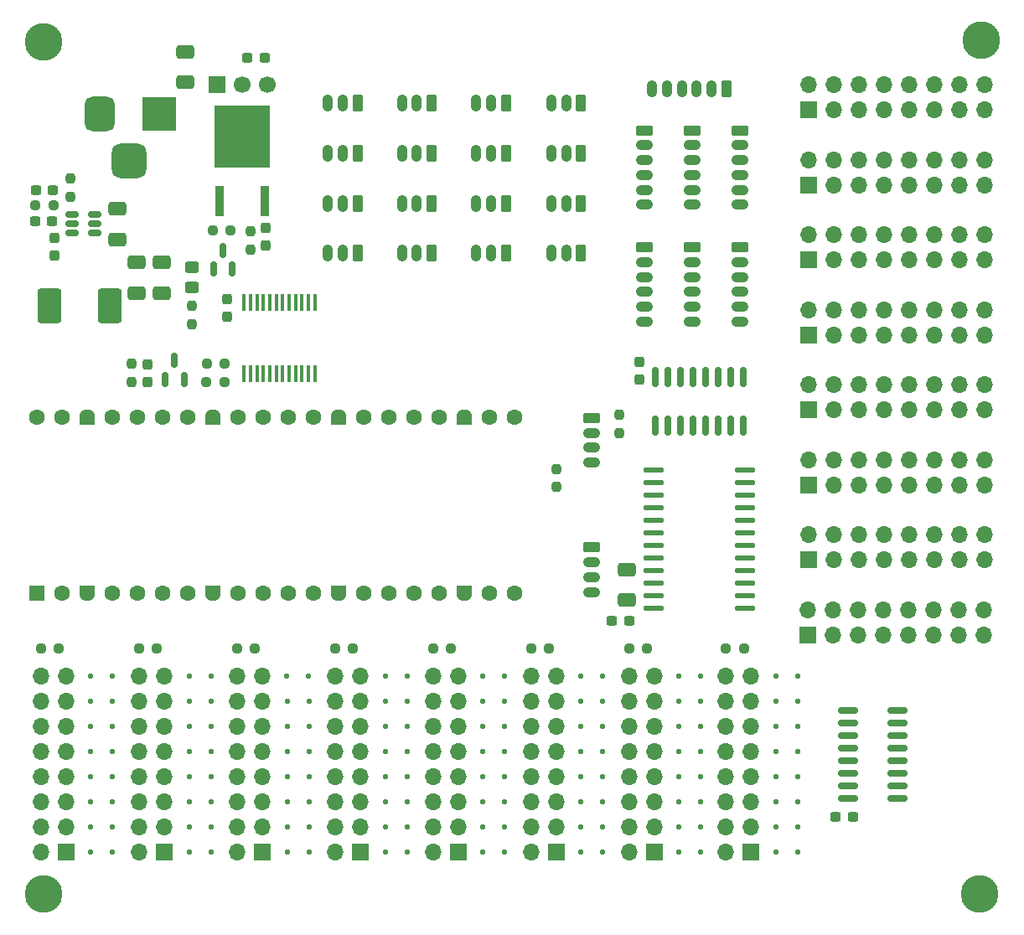
<source format=gbr>
%TF.GenerationSoftware,KiCad,Pcbnew,9.0.3*%
%TF.CreationDate,2025-07-20T16:41:56-03:00*%
%TF.ProjectId,pi_controller,70695f63-6f6e-4747-926f-6c6c65722e6b,1.0*%
%TF.SameCoordinates,Original*%
%TF.FileFunction,Soldermask,Top*%
%TF.FilePolarity,Negative*%
%FSLAX46Y46*%
G04 Gerber Fmt 4.6, Leading zero omitted, Abs format (unit mm)*
G04 Created by KiCad (PCBNEW 9.0.3) date 2025-07-20 16:41:56*
%MOMM*%
%LPD*%
G01*
G04 APERTURE LIST*
G04 Aperture macros list*
%AMRoundRect*
0 Rectangle with rounded corners*
0 $1 Rounding radius*
0 $2 $3 $4 $5 $6 $7 $8 $9 X,Y pos of 4 corners*
0 Add a 4 corners polygon primitive as box body*
4,1,4,$2,$3,$4,$5,$6,$7,$8,$9,$2,$3,0*
0 Add four circle primitives for the rounded corners*
1,1,$1+$1,$2,$3*
1,1,$1+$1,$4,$5*
1,1,$1+$1,$6,$7*
1,1,$1+$1,$8,$9*
0 Add four rect primitives between the rounded corners*
20,1,$1+$1,$2,$3,$4,$5,0*
20,1,$1+$1,$4,$5,$6,$7,0*
20,1,$1+$1,$6,$7,$8,$9,0*
20,1,$1+$1,$8,$9,$2,$3,0*%
%AMFreePoly0*
4,1,37,0.603843,0.796157,0.639018,0.796157,0.711114,0.766294,0.766294,0.711114,0.796157,0.639018,0.796157,0.603843,0.800000,0.600000,0.800000,-0.600000,0.796157,-0.603843,0.796157,-0.639018,0.766294,-0.711114,0.711114,-0.766294,0.639018,-0.796157,0.603843,-0.796157,0.600000,-0.800000,0.000000,-0.800000,0.000000,-0.796148,-0.078414,-0.796148,-0.232228,-0.765552,-0.377117,-0.705537,
-0.507515,-0.618408,-0.618408,-0.507515,-0.705537,-0.377117,-0.765552,-0.232228,-0.796148,-0.078414,-0.796148,0.078414,-0.765552,0.232228,-0.705537,0.377117,-0.618408,0.507515,-0.507515,0.618408,-0.377117,0.705537,-0.232228,0.765552,-0.078414,0.796148,0.000000,0.796148,0.000000,0.800000,0.600000,0.800000,0.603843,0.796157,0.603843,0.796157,$1*%
%AMFreePoly1*
4,1,37,0.000000,0.796148,0.078414,0.796148,0.232228,0.765552,0.377117,0.705537,0.507515,0.618408,0.618408,0.507515,0.705537,0.377117,0.765552,0.232228,0.796148,0.078414,0.796148,-0.078414,0.765552,-0.232228,0.705537,-0.377117,0.618408,-0.507515,0.507515,-0.618408,0.377117,-0.705537,0.232228,-0.765552,0.078414,-0.796148,0.000000,-0.796148,0.000000,-0.800000,-0.600000,-0.800000,
-0.603843,-0.796157,-0.639018,-0.796157,-0.711114,-0.766294,-0.766294,-0.711114,-0.796157,-0.639018,-0.796157,-0.603843,-0.800000,-0.600000,-0.800000,0.600000,-0.796157,0.603843,-0.796157,0.639018,-0.766294,0.711114,-0.711114,0.766294,-0.639018,0.796157,-0.603843,0.796157,-0.600000,0.800000,0.000000,0.800000,0.000000,0.796148,0.000000,0.796148,$1*%
G04 Aperture macros list end*
%ADD10RoundRect,0.200000X0.600000X-0.600000X0.600000X0.600000X-0.600000X0.600000X-0.600000X-0.600000X0*%
%ADD11C,1.600000*%
%ADD12FreePoly0,90.000000*%
%ADD13FreePoly1,90.000000*%
%ADD14R,3.500000X3.500000*%
%ADD15RoundRect,0.750000X-0.750000X-1.000000X0.750000X-1.000000X0.750000X1.000000X-0.750000X1.000000X0*%
%ADD16RoundRect,0.875000X-0.875000X-0.875000X0.875000X-0.875000X0.875000X0.875000X-0.875000X0.875000X0*%
%ADD17R,1.700000X1.700000*%
%ADD18C,1.700000*%
%ADD19RoundRect,0.150000X0.150000X-0.825000X0.150000X0.825000X-0.150000X0.825000X-0.150000X-0.825000X0*%
%ADD20RoundRect,0.250000X-0.925000X-1.500000X0.925000X-1.500000X0.925000X1.500000X-0.925000X1.500000X0*%
%ADD21RoundRect,0.150000X0.512500X0.150000X-0.512500X0.150000X-0.512500X-0.150000X0.512500X-0.150000X0*%
%ADD22O,1.700000X1.700000*%
%ADD23RoundRect,0.250000X0.265000X0.615000X-0.265000X0.615000X-0.265000X-0.615000X0.265000X-0.615000X0*%
%ADD24O,1.030000X1.730000*%
%ADD25RoundRect,0.250000X-0.615000X0.265000X-0.615000X-0.265000X0.615000X-0.265000X0.615000X0.265000X0*%
%ADD26O,1.730000X1.030000*%
%ADD27RoundRect,0.237500X0.250000X0.237500X-0.250000X0.237500X-0.250000X-0.237500X0.250000X-0.237500X0*%
%ADD28RoundRect,0.250000X-0.650000X0.412500X-0.650000X-0.412500X0.650000X-0.412500X0.650000X0.412500X0*%
%ADD29RoundRect,0.125000X0.125000X0.125000X-0.125000X0.125000X-0.125000X-0.125000X0.125000X-0.125000X0*%
%ADD30RoundRect,0.237500X-0.237500X0.250000X-0.237500X-0.250000X0.237500X-0.250000X0.237500X0.250000X0*%
%ADD31C,2.600000*%
%ADD32C,3.800000*%
%ADD33RoundRect,0.250000X0.650000X-0.412500X0.650000X0.412500X-0.650000X0.412500X-0.650000X-0.412500X0*%
%ADD34RoundRect,0.237500X-0.237500X0.300000X-0.237500X-0.300000X0.237500X-0.300000X0.237500X0.300000X0*%
%ADD35RoundRect,0.237500X0.237500X-0.300000X0.237500X0.300000X-0.237500X0.300000X-0.237500X-0.300000X0*%
%ADD36RoundRect,0.237500X-0.300000X-0.237500X0.300000X-0.237500X0.300000X0.237500X-0.300000X0.237500X0*%
%ADD37R,0.970000X3.020000*%
%ADD38R,5.670000X6.320000*%
%ADD39RoundRect,0.237500X0.237500X-0.250000X0.237500X0.250000X-0.237500X0.250000X-0.237500X-0.250000X0*%
%ADD40RoundRect,0.250000X-0.450000X0.325000X-0.450000X-0.325000X0.450000X-0.325000X0.450000X0.325000X0*%
%ADD41R,0.450000X1.750000*%
%ADD42RoundRect,0.150000X0.150000X-0.587500X0.150000X0.587500X-0.150000X0.587500X-0.150000X-0.587500X0*%
%ADD43RoundRect,0.137500X-0.862500X-0.137500X0.862500X-0.137500X0.862500X0.137500X-0.862500X0.137500X0*%
%ADD44RoundRect,0.237500X-0.250000X-0.237500X0.250000X-0.237500X0.250000X0.237500X-0.250000X0.237500X0*%
%ADD45RoundRect,0.150000X0.825000X0.150000X-0.825000X0.150000X-0.825000X-0.150000X0.825000X-0.150000X0*%
%ADD46RoundRect,0.237500X0.300000X0.237500X-0.300000X0.237500X-0.300000X-0.237500X0.300000X-0.237500X0*%
G04 APERTURE END LIST*
D10*
%TO.C,U4*%
X91059000Y-114554000D03*
D11*
X93599000Y-114554000D03*
D12*
X96139000Y-114554000D03*
D11*
X98679000Y-114554000D03*
X101219000Y-114554000D03*
X103759000Y-114554000D03*
X106299000Y-114554000D03*
D12*
X108839000Y-114554000D03*
D11*
X111379000Y-114554000D03*
X113919000Y-114554000D03*
X116459000Y-114554000D03*
X118999000Y-114554000D03*
D12*
X121539000Y-114554000D03*
D11*
X124079000Y-114554000D03*
X126619000Y-114554000D03*
X129159000Y-114554000D03*
X131699000Y-114554000D03*
D12*
X134239000Y-114554000D03*
D11*
X136779000Y-114554000D03*
X139319000Y-114554000D03*
X139319000Y-96774000D03*
X136779000Y-96774000D03*
D13*
X134239000Y-96774000D03*
D11*
X131699000Y-96774000D03*
X129159000Y-96774000D03*
X126619000Y-96774000D03*
X124079000Y-96774000D03*
D13*
X121539000Y-96774000D03*
D11*
X118999000Y-96774000D03*
X116459000Y-96774000D03*
X113919000Y-96774000D03*
X111379000Y-96774000D03*
D13*
X108839000Y-96774000D03*
D11*
X106299000Y-96774000D03*
X103759000Y-96774000D03*
X101219000Y-96774000D03*
X98679000Y-96774000D03*
D13*
X96139000Y-96774000D03*
D11*
X93599000Y-96774000D03*
X91059000Y-96774000D03*
%TD*%
D14*
%TO.C,J2*%
X103409000Y-66098500D03*
D15*
X97409000Y-66098500D03*
D16*
X100409000Y-70798500D03*
%TD*%
D17*
%TO.C,J1*%
X109235000Y-63119000D03*
D18*
X111775000Y-63119000D03*
X114315000Y-63119000D03*
%TD*%
D19*
%TO.C,U5*%
X153543000Y-97598000D03*
X154813000Y-97598000D03*
X156083000Y-97598000D03*
X157353000Y-97598000D03*
X158623000Y-97598000D03*
X159893000Y-97598000D03*
X161163000Y-97598000D03*
X162433000Y-97598000D03*
X162433000Y-92648000D03*
X161163000Y-92648000D03*
X159893000Y-92648000D03*
X158623000Y-92648000D03*
X157353000Y-92648000D03*
X156083000Y-92648000D03*
X154813000Y-92648000D03*
X153543000Y-92648000D03*
%TD*%
D20*
%TO.C,L1*%
X92352000Y-85471000D03*
X98402000Y-85471000D03*
%TD*%
D21*
%TO.C,U1*%
X96890000Y-78122011D03*
X96890000Y-77172011D03*
X96890000Y-76222011D03*
X94615000Y-76222011D03*
X94615000Y-77172011D03*
X94615000Y-78122011D03*
%TD*%
D17*
%TO.C,JR2*%
X103886000Y-140716000D03*
D22*
X101346000Y-140716000D03*
X103886000Y-138176000D03*
X101346000Y-138176000D03*
X103886000Y-135636000D03*
X101346000Y-135636000D03*
X103886000Y-133096000D03*
X101346000Y-133096000D03*
X103886000Y-130556000D03*
X101346000Y-130556000D03*
X103886000Y-128016000D03*
X101346000Y-128016000D03*
X103886000Y-125476000D03*
X101346000Y-125476000D03*
X103886000Y-122936000D03*
X101346000Y-122936000D03*
%TD*%
D17*
%TO.C,JR1*%
X93980000Y-140716000D03*
D22*
X91440000Y-140716000D03*
X93980000Y-138176000D03*
X91440000Y-138176000D03*
X93980000Y-135636000D03*
X91440000Y-135636000D03*
X93980000Y-133096000D03*
X91440000Y-133096000D03*
X93980000Y-130556000D03*
X91440000Y-130556000D03*
X93980000Y-128016000D03*
X91440000Y-128016000D03*
X93980000Y-125476000D03*
X91440000Y-125476000D03*
X93980000Y-122936000D03*
X91440000Y-122936000D03*
%TD*%
D17*
%TO.C,JR8*%
X163228000Y-140716000D03*
D22*
X160688000Y-140716000D03*
X163228000Y-138176000D03*
X160688000Y-138176000D03*
X163228000Y-135636000D03*
X160688000Y-135636000D03*
X163228000Y-133096000D03*
X160688000Y-133096000D03*
X163228000Y-130556000D03*
X160688000Y-130556000D03*
X163228000Y-128016000D03*
X160688000Y-128016000D03*
X163228000Y-125476000D03*
X160688000Y-125476000D03*
X163228000Y-122936000D03*
X160688000Y-122936000D03*
%TD*%
D17*
%TO.C,JR7*%
X153416000Y-140716000D03*
D22*
X150876000Y-140716000D03*
X153416000Y-138176000D03*
X150876000Y-138176000D03*
X153416000Y-135636000D03*
X150876000Y-135636000D03*
X153416000Y-133096000D03*
X150876000Y-133096000D03*
X153416000Y-130556000D03*
X150876000Y-130556000D03*
X153416000Y-128016000D03*
X150876000Y-128016000D03*
X153416000Y-125476000D03*
X150876000Y-125476000D03*
X153416000Y-122936000D03*
X150876000Y-122936000D03*
%TD*%
D17*
%TO.C,JR6*%
X143510000Y-140716000D03*
D22*
X140970000Y-140716000D03*
X143510000Y-138176000D03*
X140970000Y-138176000D03*
X143510000Y-135636000D03*
X140970000Y-135636000D03*
X143510000Y-133096000D03*
X140970000Y-133096000D03*
X143510000Y-130556000D03*
X140970000Y-130556000D03*
X143510000Y-128016000D03*
X140970000Y-128016000D03*
X143510000Y-125476000D03*
X140970000Y-125476000D03*
X143510000Y-122936000D03*
X140970000Y-122936000D03*
%TD*%
D17*
%TO.C,JR5*%
X133604000Y-140716000D03*
D22*
X131064000Y-140716000D03*
X133604000Y-138176000D03*
X131064000Y-138176000D03*
X133604000Y-135636000D03*
X131064000Y-135636000D03*
X133604000Y-133096000D03*
X131064000Y-133096000D03*
X133604000Y-130556000D03*
X131064000Y-130556000D03*
X133604000Y-128016000D03*
X131064000Y-128016000D03*
X133604000Y-125476000D03*
X131064000Y-125476000D03*
X133604000Y-122936000D03*
X131064000Y-122936000D03*
%TD*%
D17*
%TO.C,JR4*%
X123698000Y-140700210D03*
D22*
X121158000Y-140700210D03*
X123698000Y-138160210D03*
X121158000Y-138160210D03*
X123698000Y-135620210D03*
X121158000Y-135620210D03*
X123698000Y-133080210D03*
X121158000Y-133080210D03*
X123698000Y-130540210D03*
X121158000Y-130540210D03*
X123698000Y-128000210D03*
X121158000Y-128000210D03*
X123698000Y-125460210D03*
X121158000Y-125460210D03*
X123698000Y-122920210D03*
X121158000Y-122920210D03*
%TD*%
D17*
%TO.C,JR3*%
X113792000Y-140716000D03*
D22*
X111252000Y-140716000D03*
X113792000Y-138176000D03*
X111252000Y-138176000D03*
X113792000Y-135636000D03*
X111252000Y-135636000D03*
X113792000Y-133096000D03*
X111252000Y-133096000D03*
X113792000Y-130556000D03*
X111252000Y-130556000D03*
X113792000Y-128016000D03*
X111252000Y-128016000D03*
X113792000Y-125476000D03*
X111252000Y-125476000D03*
X113792000Y-122936000D03*
X111252000Y-122936000D03*
%TD*%
D17*
%TO.C,J35*%
X169037000Y-95993856D03*
D22*
X169037000Y-93453856D03*
X171577000Y-95993856D03*
X171577000Y-93453856D03*
X174117000Y-95993856D03*
X174117000Y-93453856D03*
X176657000Y-95993856D03*
X176657000Y-93453856D03*
X179197000Y-95993856D03*
X179197000Y-93453856D03*
X181737000Y-95993856D03*
X181737000Y-93453856D03*
X184277000Y-95993856D03*
X184277000Y-93453856D03*
X186817000Y-95993856D03*
X186817000Y-93453856D03*
%TD*%
D17*
%TO.C,J34*%
X169037000Y-111161284D03*
D22*
X169037000Y-108621284D03*
X171577000Y-111161284D03*
X171577000Y-108621284D03*
X174117000Y-111161284D03*
X174117000Y-108621284D03*
X176657000Y-111161284D03*
X176657000Y-108621284D03*
X179197000Y-111161284D03*
X179197000Y-108621284D03*
X181737000Y-111161284D03*
X181737000Y-108621284D03*
X184277000Y-111161284D03*
X184277000Y-108621284D03*
X186817000Y-111161284D03*
X186817000Y-108621284D03*
%TD*%
D17*
%TO.C,J33*%
X168910000Y-118745000D03*
D22*
X168910000Y-116205000D03*
X171450000Y-118745000D03*
X171450000Y-116205000D03*
X173990000Y-118745000D03*
X173990000Y-116205000D03*
X176530000Y-118745000D03*
X176530000Y-116205000D03*
X179070000Y-118745000D03*
X179070000Y-116205000D03*
X181610000Y-118745000D03*
X181610000Y-116205000D03*
X184150000Y-118745000D03*
X184150000Y-116205000D03*
X186690000Y-118745000D03*
X186690000Y-116205000D03*
%TD*%
D17*
%TO.C,J32*%
X169037000Y-103577570D03*
D22*
X169037000Y-101037570D03*
X171577000Y-103577570D03*
X171577000Y-101037570D03*
X174117000Y-103577570D03*
X174117000Y-101037570D03*
X176657000Y-103577570D03*
X176657000Y-101037570D03*
X179197000Y-103577570D03*
X179197000Y-101037570D03*
X181737000Y-103577570D03*
X181737000Y-101037570D03*
X184277000Y-103577570D03*
X184277000Y-101037570D03*
X186817000Y-103577570D03*
X186817000Y-101037570D03*
%TD*%
D17*
%TO.C,J29*%
X169037000Y-65659000D03*
D22*
X169037000Y-63119000D03*
X171577000Y-65659000D03*
X171577000Y-63119000D03*
X174117000Y-65659000D03*
X174117000Y-63119000D03*
X176657000Y-65659000D03*
X176657000Y-63119000D03*
X179197000Y-65659000D03*
X179197000Y-63119000D03*
X181737000Y-65659000D03*
X181737000Y-63119000D03*
X184277000Y-65659000D03*
X184277000Y-63119000D03*
X186817000Y-65659000D03*
X186817000Y-63119000D03*
%TD*%
D17*
%TO.C,J28*%
X169037000Y-73242714D03*
D22*
X169037000Y-70702714D03*
X171577000Y-73242714D03*
X171577000Y-70702714D03*
X174117000Y-73242714D03*
X174117000Y-70702714D03*
X176657000Y-73242714D03*
X176657000Y-70702714D03*
X179197000Y-73242714D03*
X179197000Y-70702714D03*
X181737000Y-73242714D03*
X181737000Y-70702714D03*
X184277000Y-73242714D03*
X184277000Y-70702714D03*
X186817000Y-73242714D03*
X186817000Y-70702714D03*
%TD*%
D17*
%TO.C,J27*%
X169037000Y-88410142D03*
D22*
X169037000Y-85870142D03*
X171577000Y-88410142D03*
X171577000Y-85870142D03*
X174117000Y-88410142D03*
X174117000Y-85870142D03*
X176657000Y-88410142D03*
X176657000Y-85870142D03*
X179197000Y-88410142D03*
X179197000Y-85870142D03*
X181737000Y-88410142D03*
X181737000Y-85870142D03*
X184277000Y-88410142D03*
X184277000Y-85870142D03*
X186817000Y-88410142D03*
X186817000Y-85870142D03*
%TD*%
D17*
%TO.C,J26*%
X169037000Y-80826428D03*
D22*
X169037000Y-78286428D03*
X171577000Y-80826428D03*
X171577000Y-78286428D03*
X174117000Y-80826428D03*
X174117000Y-78286428D03*
X176657000Y-80826428D03*
X176657000Y-78286428D03*
X179197000Y-80826428D03*
X179197000Y-78286428D03*
X181737000Y-80826428D03*
X181737000Y-78286428D03*
X184277000Y-80826428D03*
X184277000Y-78286428D03*
X186817000Y-80826428D03*
X186817000Y-78286428D03*
%TD*%
D23*
%TO.C,JSPI7*%
X160722000Y-63569000D03*
D24*
X159222000Y-63569000D03*
X157722000Y-63569000D03*
X156222000Y-63569000D03*
X154722000Y-63569000D03*
X153222000Y-63569000D03*
%TD*%
D25*
%TO.C,JSPI6*%
X162121000Y-67751000D03*
D26*
X162121000Y-69251000D03*
X162121000Y-70751000D03*
X162121000Y-72251000D03*
X162121000Y-73751000D03*
X162121000Y-75251000D03*
%TD*%
D25*
%TO.C,JSPI5*%
X157295000Y-67751000D03*
D26*
X157295000Y-69251000D03*
X157295000Y-70751000D03*
X157295000Y-72251000D03*
X157295000Y-73751000D03*
X157295000Y-75251000D03*
%TD*%
D25*
%TO.C,JSPI4*%
X152469000Y-67751000D03*
D26*
X152469000Y-69251000D03*
X152469000Y-70751000D03*
X152469000Y-72251000D03*
X152469000Y-73751000D03*
X152469000Y-75251000D03*
%TD*%
D25*
%TO.C,JSPI3*%
X162121000Y-79562000D03*
D26*
X162121000Y-81062000D03*
X162121000Y-82562000D03*
X162121000Y-84062000D03*
X162121000Y-85562000D03*
X162121000Y-87062000D03*
%TD*%
D25*
%TO.C,JSPI2*%
X157295000Y-79562000D03*
D26*
X157295000Y-81062000D03*
X157295000Y-82562000D03*
X157295000Y-84062000D03*
X157295000Y-85562000D03*
X157295000Y-87062000D03*
%TD*%
D25*
%TO.C,JSPI1*%
X152469000Y-79562000D03*
D26*
X152469000Y-81062000D03*
X152469000Y-82562000D03*
X152469000Y-84062000D03*
X152469000Y-85562000D03*
X152469000Y-87062000D03*
%TD*%
D25*
%TO.C,J31*%
X147135000Y-109891000D03*
D26*
X147135000Y-111391000D03*
X147135000Y-112891000D03*
X147135000Y-114391000D03*
%TD*%
D25*
%TO.C,J30*%
X147135000Y-96810000D03*
D26*
X147135000Y-98310000D03*
X147135000Y-99810000D03*
X147135000Y-101310000D03*
%TD*%
D23*
%TO.C,AN16*%
X130937000Y-80137000D03*
D24*
X129437000Y-80137000D03*
X127937000Y-80137000D03*
%TD*%
D23*
%TO.C,AN15*%
X130937000Y-75184000D03*
D24*
X129437000Y-75184000D03*
X127937000Y-75184000D03*
%TD*%
D23*
%TO.C,AN14*%
X130937000Y-70104000D03*
D24*
X129437000Y-70104000D03*
X127937000Y-70104000D03*
%TD*%
D23*
%TO.C,AN13*%
X123444000Y-80137000D03*
D24*
X121944000Y-80137000D03*
X120444000Y-80137000D03*
%TD*%
D23*
%TO.C,AN12*%
X130937000Y-65024000D03*
D24*
X129437000Y-65024000D03*
X127937000Y-65024000D03*
%TD*%
D23*
%TO.C,AN11*%
X123444000Y-75184000D03*
D24*
X121944000Y-75184000D03*
X120444000Y-75184000D03*
%TD*%
D23*
%TO.C,AN10*%
X123444000Y-70104000D03*
D24*
X121944000Y-70104000D03*
X120444000Y-70104000D03*
%TD*%
D23*
%TO.C,AN9*%
X123444000Y-65024000D03*
D24*
X121944000Y-65024000D03*
X120444000Y-65024000D03*
%TD*%
D23*
%TO.C,AN8*%
X138430000Y-65024000D03*
D24*
X136930000Y-65024000D03*
X135430000Y-65024000D03*
%TD*%
D23*
%TO.C,AN7*%
X138430000Y-70104000D03*
D24*
X136930000Y-70104000D03*
X135430000Y-70104000D03*
%TD*%
D23*
%TO.C,AN6*%
X138430000Y-75184000D03*
D24*
X136930000Y-75184000D03*
X135430000Y-75184000D03*
%TD*%
D23*
%TO.C,AN5*%
X138430000Y-80137000D03*
D24*
X136930000Y-80137000D03*
X135430000Y-80137000D03*
%TD*%
D23*
%TO.C,AN4*%
X146026000Y-65024000D03*
D24*
X144526000Y-65024000D03*
X143026000Y-65024000D03*
%TD*%
D23*
%TO.C,AN3*%
X146026000Y-70104000D03*
D24*
X144526000Y-70104000D03*
X143026000Y-70104000D03*
%TD*%
D23*
%TO.C,AN2*%
X146026000Y-75184000D03*
D24*
X144526000Y-75184000D03*
X143026000Y-75184000D03*
%TD*%
D23*
%TO.C,AN1*%
X146026000Y-80137000D03*
D24*
X144526000Y-80137000D03*
X143026000Y-80137000D03*
%TD*%
D27*
%TO.C,R9*%
X93265000Y-120142000D03*
X91440000Y-120142000D03*
%TD*%
D28*
%TO.C,C2*%
X103639244Y-81072946D03*
X103639244Y-84197946D03*
%TD*%
D29*
%TO.C,D42*%
X148245000Y-133096000D03*
X146045000Y-133096000D03*
%TD*%
%TO.C,D23*%
X128438000Y-130540210D03*
X126238000Y-130540210D03*
%TD*%
D27*
%TO.C,R10*%
X113077000Y-120142000D03*
X111252000Y-120142000D03*
%TD*%
D29*
%TO.C,D58*%
X98715000Y-140716000D03*
X96515000Y-140716000D03*
%TD*%
%TO.C,D31*%
X128438000Y-138160210D03*
X126238000Y-138160210D03*
%TD*%
%TO.C,D59*%
X108626000Y-140716000D03*
X106426000Y-140716000D03*
%TD*%
D27*
%TO.C,R12*%
X122983000Y-120126210D03*
X121158000Y-120126210D03*
%TD*%
D30*
%TO.C,R4*%
X106680000Y-85515500D03*
X106680000Y-87340500D03*
%TD*%
D27*
%TO.C,R5*%
X110029000Y-91313000D03*
X108204000Y-91313000D03*
%TD*%
D29*
%TO.C,D10*%
X108626000Y-133096000D03*
X106426000Y-133096000D03*
%TD*%
%TO.C,D35*%
X118527000Y-122936000D03*
X116327000Y-122936000D03*
%TD*%
%TO.C,D3*%
X98715000Y-122936000D03*
X96515000Y-122936000D03*
%TD*%
D31*
%TO.C,H4*%
X186309000Y-144907000D03*
D32*
X186309000Y-144907000D03*
%TD*%
D29*
%TO.C,D52*%
X167968000Y-125476000D03*
X165768000Y-125476000D03*
%TD*%
D27*
%TO.C,R2*%
X92710000Y-75311000D03*
X90885000Y-75311000D03*
%TD*%
D29*
%TO.C,D13*%
X108626000Y-138176000D03*
X106426000Y-138176000D03*
%TD*%
%TO.C,D41*%
X148245000Y-135636000D03*
X146045000Y-135636000D03*
%TD*%
D33*
%TO.C,C4*%
X99187000Y-78803123D03*
X99187000Y-75678123D03*
%TD*%
D29*
%TO.C,D22*%
X138334000Y-130556000D03*
X136134000Y-130556000D03*
%TD*%
%TO.C,D32*%
X118532000Y-133096000D03*
X116332000Y-133096000D03*
%TD*%
%TO.C,D26*%
X118532000Y-128016000D03*
X116332000Y-128016000D03*
%TD*%
%TO.C,D40*%
X148245000Y-138176000D03*
X146045000Y-138176000D03*
%TD*%
D27*
%TO.C,R3*%
X110640500Y-77851000D03*
X108815500Y-77851000D03*
%TD*%
D28*
%TO.C,C3*%
X101092000Y-81076000D03*
X101092000Y-84201000D03*
%TD*%
D29*
%TO.C,D2*%
X98715000Y-135636000D03*
X96515000Y-135636000D03*
%TD*%
%TO.C,D16*%
X128438000Y-122920210D03*
X126238000Y-122920210D03*
%TD*%
D34*
%TO.C,C1*%
X110236000Y-84837100D03*
X110236000Y-86562100D03*
%TD*%
D30*
%TO.C,R1*%
X94424338Y-72627127D03*
X94424338Y-74452127D03*
%TD*%
D29*
%TO.C,D60*%
X118532000Y-140716000D03*
X116332000Y-140716000D03*
%TD*%
%TO.C,D65*%
X167968000Y-140716000D03*
X165768000Y-140716000D03*
%TD*%
D27*
%TO.C,R11*%
X103171000Y-120142000D03*
X101346000Y-120142000D03*
%TD*%
D29*
%TO.C,D46*%
X148245163Y-122936000D03*
X146045163Y-122936000D03*
%TD*%
%TO.C,D44*%
X148245000Y-128016000D03*
X146045000Y-128016000D03*
%TD*%
D35*
%TO.C,C8*%
X102260400Y-93166100D03*
X102260400Y-91441100D03*
%TD*%
D29*
%TO.C,D17*%
X138334000Y-125476000D03*
X136134000Y-125476000D03*
%TD*%
D30*
%TO.C,R7*%
X143510000Y-101957500D03*
X143510000Y-103782500D03*
%TD*%
D31*
%TO.C,H2*%
X186436000Y-58674000D03*
D32*
X186436000Y-58674000D03*
%TD*%
D29*
%TO.C,D34*%
X118532000Y-130556000D03*
X116332000Y-130556000D03*
%TD*%
D33*
%TO.C,C15*%
X106045000Y-62903500D03*
X106045000Y-59778500D03*
%TD*%
D35*
%TO.C,C14*%
X114173000Y-79348500D03*
X114173000Y-77623500D03*
%TD*%
D29*
%TO.C,D6*%
X108626000Y-128016000D03*
X106426000Y-128016000D03*
%TD*%
%TO.C,D19*%
X138334000Y-122936000D03*
X136134000Y-122936000D03*
%TD*%
%TO.C,D48*%
X158151000Y-138176000D03*
X155951000Y-138176000D03*
%TD*%
%TO.C,D21*%
X128438000Y-128000210D03*
X126238000Y-128000210D03*
%TD*%
D36*
%TO.C,C12*%
X171755900Y-137109200D03*
X173480900Y-137109200D03*
%TD*%
D29*
%TO.C,D8*%
X108626000Y-130556000D03*
X106426000Y-130556000D03*
%TD*%
D30*
%TO.C,R6*%
X100584000Y-91340300D03*
X100584000Y-93165300D03*
%TD*%
D29*
%TO.C,D12*%
X98715000Y-138176000D03*
X96515000Y-138176000D03*
%TD*%
%TO.C,D28*%
X128438000Y-135620210D03*
X126238000Y-135620210D03*
%TD*%
%TO.C,D24*%
X138334000Y-133096000D03*
X136134000Y-133096000D03*
%TD*%
%TO.C,D11*%
X98715000Y-133096000D03*
X96515000Y-133096000D03*
%TD*%
%TO.C,D18*%
X128438000Y-125460210D03*
X126238000Y-125460210D03*
%TD*%
%TO.C,D15*%
X108626000Y-125476000D03*
X106426000Y-125476000D03*
%TD*%
D31*
%TO.C,H3*%
X91694000Y-144907000D03*
D32*
X91694000Y-144907000D03*
%TD*%
D37*
%TO.C,Q1*%
X109474000Y-74917000D03*
X114046000Y-74917000D03*
D38*
X111760000Y-68387000D03*
%TD*%
D33*
%TO.C,C10*%
X150622000Y-115227500D03*
X150622000Y-112102500D03*
%TD*%
D29*
%TO.C,D54*%
X167968000Y-122936000D03*
X165768000Y-122936000D03*
%TD*%
%TO.C,D43*%
X148245000Y-130556000D03*
X146045000Y-130556000D03*
%TD*%
%TO.C,D4*%
X108626000Y-122936000D03*
X106426000Y-122936000D03*
%TD*%
D27*
%TO.C,R16*%
X142795000Y-120142000D03*
X140970000Y-120142000D03*
%TD*%
D29*
%TO.C,D47*%
X158151000Y-122936000D03*
X155951000Y-122936000D03*
%TD*%
%TO.C,D63*%
X158151000Y-140716000D03*
X155951000Y-140716000D03*
%TD*%
%TO.C,D45*%
X148245000Y-125476000D03*
X146045000Y-125476000D03*
%TD*%
%TO.C,D50*%
X158151000Y-135636000D03*
X155951000Y-135636000D03*
%TD*%
D39*
%TO.C,R8*%
X149860000Y-98345000D03*
X149860000Y-96520000D03*
%TD*%
D27*
%TO.C,R13*%
X132889000Y-120142000D03*
X131064000Y-120142000D03*
%TD*%
D29*
%TO.C,D39*%
X158151000Y-130556000D03*
X155951000Y-130556000D03*
%TD*%
D27*
%TO.C,R14*%
X152701000Y-120142000D03*
X150876000Y-120142000D03*
%TD*%
D29*
%TO.C,D51*%
X167968000Y-130556000D03*
X165768000Y-130556000D03*
%TD*%
%TO.C,D33*%
X118532000Y-135636000D03*
X116332000Y-135636000D03*
%TD*%
%TO.C,D55*%
X167968000Y-133096000D03*
X165768000Y-133096000D03*
%TD*%
D31*
%TO.C,H1*%
X91694000Y-58801000D03*
D32*
X91694000Y-58801000D03*
%TD*%
D29*
%TO.C,D29*%
X118532000Y-125476000D03*
X116332000Y-125476000D03*
%TD*%
%TO.C,D7*%
X98715000Y-128016000D03*
X96515000Y-128016000D03*
%TD*%
%TO.C,D38*%
X158151000Y-133096000D03*
X155951000Y-133096000D03*
%TD*%
D40*
%TO.C,D1*%
X106680000Y-81593000D03*
X106680000Y-83643000D03*
%TD*%
D41*
%TO.C,U2*%
X111995000Y-92373000D03*
X112645000Y-92373000D03*
X113295000Y-92373000D03*
X113945000Y-92373000D03*
X114595000Y-92373000D03*
X115245000Y-92373000D03*
X115895000Y-92373000D03*
X116545000Y-92373000D03*
X117195000Y-92373000D03*
X117845000Y-92373000D03*
X118495000Y-92373000D03*
X119145000Y-92373000D03*
X119145000Y-85173000D03*
X118495000Y-85173000D03*
X117845000Y-85173000D03*
X117195000Y-85173000D03*
X116545000Y-85173000D03*
X115895000Y-85173000D03*
X115245000Y-85173000D03*
X114595000Y-85173000D03*
X113945000Y-85173000D03*
X113295000Y-85173000D03*
X112645000Y-85173000D03*
X111995000Y-85173000D03*
%TD*%
D42*
%TO.C,Q2*%
X108905000Y-81758000D03*
X110805000Y-81758000D03*
X109855000Y-79883000D03*
%TD*%
D30*
%TO.C,R18*%
X112649000Y-77954500D03*
X112649000Y-79779500D03*
%TD*%
D43*
%TO.C,U6*%
X153338000Y-102108000D03*
X153338000Y-103378000D03*
X153338000Y-104648000D03*
X153338000Y-105918000D03*
X153338000Y-107188000D03*
X153338000Y-108458000D03*
X153338000Y-109728000D03*
X153338000Y-110998000D03*
X153338000Y-112268000D03*
X153338000Y-113538000D03*
X153338000Y-114808000D03*
X153338000Y-116078000D03*
X162638000Y-116078000D03*
X162638000Y-114808000D03*
X162638000Y-113538000D03*
X162638000Y-112268000D03*
X162638000Y-110998000D03*
X162638000Y-109728000D03*
X162638000Y-108458000D03*
X162638000Y-107188000D03*
X162638000Y-105918000D03*
X162638000Y-104648000D03*
X162638000Y-103378000D03*
X162638000Y-102108000D03*
%TD*%
D29*
%TO.C,D37*%
X158151000Y-125476000D03*
X155951000Y-125476000D03*
%TD*%
D44*
%TO.C,R17*%
X108180500Y-93218000D03*
X110005500Y-93218000D03*
%TD*%
D29*
%TO.C,D25*%
X128438000Y-133080210D03*
X126238000Y-133080210D03*
%TD*%
D36*
%TO.C,C5*%
X90858344Y-76946854D03*
X92583344Y-76946854D03*
%TD*%
D29*
%TO.C,D20*%
X138334000Y-128016000D03*
X136134000Y-128016000D03*
%TD*%
D42*
%TO.C,U3*%
X104018000Y-92885500D03*
X105918000Y-92885500D03*
X104968000Y-91010500D03*
%TD*%
D35*
%TO.C,C9*%
X151942800Y-92912100D03*
X151942800Y-91187100D03*
%TD*%
D29*
%TO.C,D64*%
X148245000Y-140716000D03*
X146045000Y-140716000D03*
%TD*%
%TO.C,D9*%
X98715000Y-130556000D03*
X96515000Y-130556000D03*
%TD*%
%TO.C,D57*%
X167968000Y-135636000D03*
X165768000Y-135636000D03*
%TD*%
%TO.C,D49*%
X158151000Y-128016000D03*
X155951000Y-128016000D03*
%TD*%
%TO.C,D5*%
X98715000Y-125476000D03*
X96515000Y-125476000D03*
%TD*%
D34*
%TO.C,C6*%
X92837000Y-78639500D03*
X92837000Y-80364500D03*
%TD*%
D29*
%TO.C,D36*%
X118532000Y-138176000D03*
X116332000Y-138176000D03*
%TD*%
%TO.C,D14*%
X108626000Y-135636000D03*
X106426000Y-135636000D03*
%TD*%
D45*
%TO.C,U7*%
X177989000Y-135255000D03*
X177989000Y-133985000D03*
X177989000Y-132715000D03*
X177989000Y-131445000D03*
X177989000Y-130175000D03*
X177989000Y-128905000D03*
X177989000Y-127635000D03*
X177989000Y-126365000D03*
X173039000Y-126365000D03*
X173039000Y-127635000D03*
X173039000Y-128905000D03*
X173039000Y-130175000D03*
X173039000Y-131445000D03*
X173039000Y-132715000D03*
X173039000Y-133985000D03*
X173039000Y-135255000D03*
%TD*%
D46*
%TO.C,C7*%
X92660000Y-73787000D03*
X90935000Y-73787000D03*
%TD*%
D29*
%TO.C,D61*%
X138334000Y-140716000D03*
X136134000Y-140716000D03*
%TD*%
%TO.C,D53*%
X167968000Y-128016000D03*
X165768000Y-128016000D03*
%TD*%
D46*
%TO.C,C11*%
X150874900Y-117297200D03*
X149149900Y-117297200D03*
%TD*%
D29*
%TO.C,D62*%
X128438000Y-140700210D03*
X126238000Y-140700210D03*
%TD*%
D27*
%TO.C,R15*%
X162480000Y-120142000D03*
X160655000Y-120142000D03*
%TD*%
D29*
%TO.C,D56*%
X167968000Y-138176000D03*
X165768000Y-138176000D03*
%TD*%
D36*
%TO.C,C13*%
X112319900Y-60452000D03*
X114044900Y-60452000D03*
%TD*%
D29*
%TO.C,D30*%
X138334000Y-138176000D03*
X136134000Y-138176000D03*
%TD*%
%TO.C,D27*%
X138334000Y-135636000D03*
X136134000Y-135636000D03*
%TD*%
M02*

</source>
